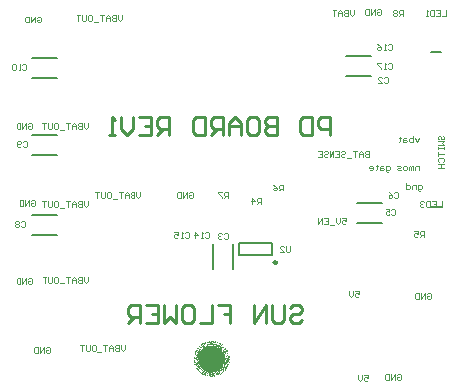
<source format=gbo>
G04*
G04 #@! TF.GenerationSoftware,Altium Limited,Altium Designer,22.9.1 (49)*
G04*
G04 Layer_Color=32896*
%FSLAX44Y44*%
%MOMM*%
G71*
G04*
G04 #@! TF.SameCoordinates,C8543A43-BB23-4CB5-9DBE-1C6E9BA76EC2*
G04*
G04*
G04 #@! TF.FilePolarity,Positive*
G04*
G01*
G75*
%ADD11C,0.2500*%
%ADD12C,0.2000*%
%ADD13C,0.2540*%
%ADD15C,0.1500*%
%ADD16C,0.1250*%
G36*
X184658Y51412D02*
X184333D01*
Y51737D01*
X184658D01*
Y51412D01*
D02*
G37*
G36*
X183684Y51737D02*
Y51412D01*
X183360D01*
Y52061D01*
X183684D01*
Y51737D01*
D02*
G37*
G36*
X182710Y51088D02*
X183035D01*
Y51412D01*
X183360D01*
Y51088D01*
X183684D01*
Y50763D01*
Y50439D01*
X183360D01*
Y50763D01*
X182710D01*
Y51088D01*
X181737D01*
Y50114D01*
X182061D01*
Y50439D01*
X182710D01*
Y49790D01*
X182386D01*
Y49140D01*
X182710D01*
Y49790D01*
X183684D01*
Y50114D01*
X184009D01*
Y49790D01*
X184333D01*
Y49465D01*
X184658D01*
Y49140D01*
X184982D01*
Y49465D01*
X185307D01*
Y48816D01*
X185632D01*
Y49465D01*
X185956D01*
Y48167D01*
X186605D01*
Y48491D01*
X186281D01*
Y49140D01*
X186605D01*
Y48816D01*
X186930D01*
Y49465D01*
X187254D01*
Y48491D01*
X187579D01*
Y48816D01*
X188228D01*
Y48491D01*
X188553D01*
Y48167D01*
D01*
D01*
X188877D01*
Y48491D01*
X189202D01*
Y47517D01*
X189526D01*
Y47193D01*
D01*
D01*
X190175D01*
Y46868D01*
D01*
D01*
X190500D01*
Y46219D01*
X190175D01*
Y45895D01*
D01*
D01*
X190825D01*
Y45570D01*
X190500D01*
Y44597D01*
X190825D01*
Y43947D01*
X191149D01*
Y44921D01*
X190825D01*
Y45246D01*
X191149D01*
Y45570D01*
X191474D01*
Y44921D01*
X191798D01*
Y44597D01*
X192123D01*
Y44921D01*
X191798D01*
Y45246D01*
X192123D01*
Y44921D01*
X192447D01*
Y45246D01*
X192772D01*
Y44597D01*
X192447D01*
Y44272D01*
X192123D01*
Y43947D01*
X192772D01*
Y44272D01*
X193421D01*
Y43947D01*
X193097D01*
Y43623D01*
X193421D01*
Y43298D01*
X194070D01*
Y42974D01*
X193746D01*
Y42649D01*
X194395D01*
Y42325D01*
X193746D01*
Y42649D01*
X193421D01*
Y42325D01*
X193746D01*
Y42000D01*
X194395D01*
Y41675D01*
X194070D01*
Y41351D01*
X194395D01*
Y41026D01*
X194070D01*
Y40702D01*
X193421D01*
Y38754D01*
X194070D01*
Y38430D01*
X194395D01*
Y38754D01*
X194070D01*
Y39079D01*
X193746D01*
Y40377D01*
X194719D01*
Y40053D01*
X194395D01*
Y39728D01*
X194719D01*
Y39404D01*
X194395D01*
Y39079D01*
X194719D01*
Y38754D01*
X195368D01*
Y38105D01*
X194395D01*
Y37781D01*
X195693D01*
Y37456D01*
X195368D01*
Y36807D01*
X196017D01*
Y37781D01*
X195693D01*
Y39728D01*
X196667D01*
Y39404D01*
X196017D01*
Y39079D01*
X196991D01*
Y38754D01*
X196667D01*
Y38105D01*
X196991D01*
Y38430D01*
X197316D01*
Y37456D01*
X196667D01*
Y36807D01*
X197316D01*
Y35833D01*
X196667D01*
Y35509D01*
X197316D01*
Y35184D01*
X196991D01*
Y34860D01*
X196667D01*
Y35184D01*
X196017D01*
Y34860D01*
X196342D01*
Y34535D01*
X196991D01*
Y34211D01*
X196342D01*
Y33886D01*
X195368D01*
Y33561D01*
X195044D01*
Y34211D01*
X194070D01*
Y34535D01*
X193746D01*
Y34860D01*
X193421D01*
Y34211D01*
X194070D01*
Y33886D01*
X194719D01*
Y33561D01*
X194395D01*
Y33237D01*
X194719D01*
Y32912D01*
X195368D01*
Y33237D01*
X195693D01*
Y32912D01*
X196017D01*
Y32588D01*
X196342D01*
Y32263D01*
X196667D01*
Y31939D01*
X195368D01*
Y31614D01*
X196017D01*
Y31290D01*
Y30965D01*
X195368D01*
Y31290D01*
X195044D01*
Y32263D01*
X194719D01*
Y32912D01*
X194395D01*
Y32263D01*
X193746D01*
Y32588D01*
X193421D01*
Y32263D01*
X193746D01*
Y31939D01*
X194395D01*
Y31290D01*
X195044D01*
Y30965D01*
X195368D01*
Y30640D01*
X196017D01*
Y29991D01*
X194719D01*
Y30316D01*
X193746D01*
Y30640D01*
X193421D01*
Y29991D01*
X194070D01*
Y29667D01*
X194719D01*
Y29018D01*
X195044D01*
Y28368D01*
X194395D01*
Y28693D01*
X194070D01*
Y28044D01*
X194395D01*
Y27719D01*
X194070D01*
Y27395D01*
X193746D01*
Y27070D01*
X193421D01*
Y27395D01*
X192772D01*
Y28044D01*
X193421D01*
Y28368D01*
X192772D01*
Y28693D01*
X193421D01*
Y29018D01*
X193746D01*
Y29342D01*
X193421D01*
Y29667D01*
X192772D01*
Y29991D01*
X192447D01*
Y29667D01*
X192772D01*
Y29342D01*
X193097D01*
Y29018D01*
X192447D01*
Y29342D01*
X192123D01*
Y29018D01*
X192447D01*
Y28368D01*
X192123D01*
Y28693D01*
X191798D01*
Y28368D01*
X192123D01*
Y27719D01*
X192447D01*
Y27395D01*
X192123D01*
Y26096D01*
X192447D01*
Y25447D01*
X191798D01*
Y25772D01*
X191149D01*
Y26421D01*
X190500D01*
Y26746D01*
X190175D01*
Y27070D01*
X189851D01*
Y26746D01*
X190175D01*
Y26096D01*
X189526D01*
Y26421D01*
X189202D01*
Y26096D01*
X189526D01*
Y25447D01*
X188877D01*
Y25772D01*
X188553D01*
Y25447D01*
X188877D01*
Y24798D01*
X189202D01*
Y24474D01*
X189526D01*
Y23825D01*
X189851D01*
Y23500D01*
X189202D01*
Y23175D01*
X188877D01*
Y23500D01*
X188553D01*
Y24474D01*
X188228D01*
Y24798D01*
X187903D01*
Y25772D01*
X187579D01*
Y24798D01*
X187903D01*
Y24474D01*
X187579D01*
Y24798D01*
X187254D01*
Y25447D01*
X186930D01*
Y24474D01*
X186281D01*
Y24149D01*
X186605D01*
Y23825D01*
X186930D01*
Y24149D01*
X188228D01*
Y22851D01*
X187903D01*
Y23175D01*
X187579D01*
Y23825D01*
X187254D01*
Y22851D01*
X186605D01*
Y23175D01*
X186281D01*
Y23500D01*
X185632D01*
Y24149D01*
X185307D01*
Y25123D01*
X184982D01*
Y24798D01*
X184658D01*
Y24474D01*
X184982D01*
Y23825D01*
X184009D01*
Y24474D01*
X183684D01*
Y23825D01*
X184009D01*
Y23175D01*
X184658D01*
Y22851D01*
X184982D01*
Y22526D01*
X184658D01*
Y22202D01*
X184982D01*
Y21553D01*
X184009D01*
Y22202D01*
X183684D01*
Y22526D01*
X183360D01*
Y21553D01*
X182710D01*
Y21877D01*
X182386D01*
Y22202D01*
X182061D01*
Y22526D01*
X182386D01*
Y22202D01*
X182710D01*
Y22526D01*
X182386D01*
Y22851D01*
X183035D01*
Y23175D01*
X182710D01*
Y23500D01*
X182386D01*
Y24149D01*
X182061D01*
Y22851D01*
X181737D01*
Y23500D01*
X181412D01*
Y23175D01*
X181088D01*
Y22526D01*
X181737D01*
Y22202D01*
X182061D01*
Y21877D01*
X182386D01*
Y21553D01*
X182061D01*
Y21877D01*
X181737D01*
Y21553D01*
X180114D01*
Y22526D01*
X179790D01*
Y21877D01*
X179465D01*
Y22202D01*
X179140D01*
Y22526D01*
X179465D01*
Y22851D01*
X179140D01*
Y23175D01*
X179790D01*
Y22851D01*
X180114D01*
Y23175D01*
X180763D01*
Y24474D01*
X180439D01*
Y23825D01*
X180114D01*
Y23500D01*
X179790D01*
Y23825D01*
X179465D01*
Y24798D01*
X180439D01*
Y25123D01*
X179140D01*
Y24474D01*
X178816D01*
Y24149D01*
X178491D01*
Y24474D01*
X178167D01*
Y23500D01*
X178491D01*
Y22526D01*
X177842D01*
Y23500D01*
X177518D01*
Y25123D01*
X177193D01*
Y24474D01*
X176868D01*
Y24149D01*
X176544D01*
Y25123D01*
X176219D01*
Y24149D01*
X176544D01*
Y23825D01*
X177193D01*
Y23500D01*
X177518D01*
Y23175D01*
X177193D01*
Y22526D01*
X176868D01*
Y22202D01*
X176544D01*
Y22526D01*
X176219D01*
Y23500D01*
X175895D01*
Y23175D01*
X175570D01*
Y22851D01*
X175246D01*
Y23175D01*
X174921D01*
Y23825D01*
X174597D01*
Y23500D01*
X173947D01*
Y23825D01*
X173623D01*
Y24474D01*
X173947D01*
Y24798D01*
X173298D01*
Y24474D01*
X172649D01*
Y24798D01*
X172974D01*
Y25123D01*
X173298D01*
Y25447D01*
X172649D01*
Y25123D01*
X172325D01*
Y25447D01*
Y25772D01*
X172649D01*
Y26096D01*
X172974D01*
Y25772D01*
X173298D01*
Y25447D01*
X173623D01*
Y25772D01*
X173298D01*
Y26096D01*
X173623D01*
Y25772D01*
X174272D01*
Y26421D01*
D01*
D01*
X173623D01*
Y26746D01*
X173298D01*
Y27070D01*
X173623D01*
Y27719D01*
D01*
D01*
X173298D01*
Y27395D01*
X172649D01*
Y28044D01*
X172325D01*
Y27719D01*
X171675D01*
Y28693D01*
X171351D01*
Y28368D01*
X171026D01*
Y29018D01*
X170702D01*
Y29991D01*
X171026D01*
Y30316D01*
X170377D01*
Y29991D01*
X170053D01*
Y29667D01*
X169728D01*
Y29342D01*
X170053D01*
Y29018D01*
X170702D01*
Y28368D01*
X171026D01*
Y28044D01*
Y27719D01*
X171351D01*
Y27395D01*
X171026D01*
Y27719D01*
X170377D01*
Y27395D01*
X169728D01*
Y27719D01*
X169403D01*
Y28044D01*
X169079D01*
Y28693D01*
X168754D01*
Y29342D01*
X168430D01*
Y29991D01*
X168754D01*
Y30316D01*
X168430D01*
Y30640D01*
X168105D01*
Y30316D01*
X167781D01*
Y31290D01*
X168754D01*
Y31614D01*
X169403D01*
Y31290D01*
X169079D01*
Y30640D01*
X169403D01*
Y29991D01*
X169728D01*
Y30640D01*
X170377D01*
Y30965D01*
X169728D01*
Y31290D01*
X170053D01*
Y31614D01*
X169403D01*
Y32263D01*
X170377D01*
Y32588D01*
X169079D01*
Y32912D01*
D01*
D01*
X168754D01*
Y33237D01*
X167132D01*
Y33886D01*
X167456D01*
Y34211D01*
X168754D01*
Y33561D01*
X169079D01*
Y34211D01*
X169403D01*
Y34535D01*
X169079D01*
Y34860D01*
X168430D01*
Y35184D01*
X168754D01*
Y35509D01*
X169403D01*
Y35833D01*
X168105D01*
Y36158D01*
X168754D01*
Y36807D01*
X168430D01*
Y36483D01*
X168105D01*
Y36807D01*
X167781D01*
Y36483D01*
X166483D01*
Y36807D01*
X167456D01*
Y37132D01*
X166483D01*
Y37456D01*
X166807D01*
Y37781D01*
X166483D01*
Y38430D01*
X166807D01*
Y38754D01*
X167132D01*
Y38430D01*
X168105D01*
Y37456D01*
X169079D01*
Y37781D01*
X168430D01*
Y38105D01*
X169079D01*
Y38430D01*
X168754D01*
Y38754D01*
X169079D01*
Y39079D01*
X168754D01*
Y39404D01*
X168430D01*
Y40053D01*
X169728D01*
Y40377D01*
X169403D01*
Y40702D01*
X169079D01*
Y41351D01*
X170053D01*
Y41675D01*
X169403D01*
Y42000D01*
X169728D01*
Y42974D01*
X170702D01*
Y42649D01*
X171026D01*
Y42974D01*
X170702D01*
Y43298D01*
X170053D01*
Y43623D01*
X169403D01*
Y43947D01*
X168430D01*
Y44597D01*
X169079D01*
Y44921D01*
X169728D01*
Y44272D01*
X170053D01*
Y43947D01*
X171026D01*
Y43623D01*
X171351D01*
Y43947D01*
X171026D01*
Y44272D01*
X170702D01*
Y44597D01*
X171026D01*
Y44272D01*
X171675D01*
Y43947D01*
X172000D01*
Y44272D01*
X171675D01*
Y44597D01*
X171351D01*
Y45246D01*
X171675D01*
Y44921D01*
X172000D01*
Y45246D01*
X172325D01*
Y44921D01*
X172649D01*
Y44272D01*
X172974D01*
Y44597D01*
X173298D01*
Y44921D01*
X172974D01*
Y45246D01*
X172649D01*
Y45895D01*
X172974D01*
Y45570D01*
X173298D01*
Y45246D01*
X174272D01*
Y45570D01*
X174921D01*
Y45895D01*
X175246D01*
Y46219D01*
X174597D01*
Y46544D01*
X174272D01*
Y46868D01*
X173947D01*
Y46544D01*
X174272D01*
Y46219D01*
X174597D01*
Y45895D01*
X173623D01*
Y45570D01*
X173298D01*
Y45895D01*
X172974D01*
Y46219D01*
X172649D01*
Y46544D01*
X172325D01*
Y46868D01*
X172000D01*
Y46544D01*
X171675D01*
Y46868D01*
X171351D01*
Y47193D01*
Y47517D01*
X171675D01*
Y47193D01*
X172325D01*
Y46868D01*
X173623D01*
Y47517D01*
X174272D01*
Y47193D01*
X174597D01*
Y47517D01*
X174272D01*
Y48167D01*
X174921D01*
Y47842D01*
X175246D01*
Y47517D01*
X175570D01*
Y47842D01*
X175246D01*
Y48167D01*
X174921D01*
Y48816D01*
X174272D01*
Y48491D01*
X173947D01*
Y47842D01*
X173298D01*
Y47517D01*
X172974D01*
Y47842D01*
X172649D01*
Y48491D01*
X172325D01*
Y48816D01*
X172974D01*
Y48491D01*
X173298D01*
Y48167D01*
X173623D01*
Y48491D01*
X173298D01*
Y48816D01*
X172974D01*
Y49465D01*
X173947D01*
Y49140D01*
X174272D01*
Y49465D01*
X174597D01*
Y49790D01*
X173947D01*
Y50114D01*
X174921D01*
Y50439D01*
X175246D01*
Y49790D01*
X175570D01*
Y50763D01*
X176219D01*
Y48816D01*
X176544D01*
Y48167D01*
X176868D01*
Y49140D01*
X177193D01*
Y48167D01*
X177518D01*
Y47842D01*
X178167D01*
Y48167D01*
X177518D01*
Y49790D01*
X178167D01*
Y49465D01*
X178491D01*
Y49140D01*
X178816D01*
Y49790D01*
X179140D01*
Y49465D01*
X179465D01*
Y48491D01*
X178816D01*
Y48167D01*
X180439D01*
Y48816D01*
X180114D01*
Y48491D01*
X179790D01*
Y49465D01*
X179465D01*
Y50114D01*
X179790D01*
Y49790D01*
X180114D01*
Y49140D01*
X180439D01*
Y49790D01*
X180114D01*
Y50114D01*
X180439D01*
Y50439D01*
X180763D01*
Y50114D01*
X181088D01*
Y49465D01*
X181412D01*
Y50763D01*
X180114D01*
Y50439D01*
X179790D01*
Y51412D01*
X179465D01*
Y51737D01*
X179790D01*
Y52061D01*
X180439D01*
Y51412D01*
X180763D01*
Y51088D01*
X181088D01*
Y52061D01*
X181737D01*
Y51412D01*
X182386D01*
Y52061D01*
X182710D01*
Y51088D01*
D02*
G37*
G36*
X177518D02*
X177193D01*
Y51412D01*
X177518D01*
Y51088D01*
D02*
G37*
G36*
X185307Y51412D02*
X185632D01*
Y51088D01*
X185307D01*
Y50439D01*
X185632D01*
Y50763D01*
X185956D01*
Y51088D01*
X186281D01*
Y51412D01*
X186605D01*
Y51088D01*
X186930D01*
Y50439D01*
X187254D01*
Y50763D01*
X187579D01*
Y49790D01*
X187903D01*
Y50439D01*
X188228D01*
Y50114D01*
X188553D01*
Y50439D01*
X188228D01*
Y50763D01*
X188553D01*
Y50439D01*
X188877D01*
Y49790D01*
X188553D01*
Y49140D01*
X188228D01*
Y49465D01*
X187903D01*
Y49140D01*
X187579D01*
Y49465D01*
X187254D01*
Y49790D01*
X186930D01*
Y50439D01*
X186605D01*
Y49790D01*
X185956D01*
Y50114D01*
X185307D01*
Y50439D01*
X184982D01*
Y49790D01*
X184658D01*
Y50763D01*
X184333D01*
Y50439D01*
X184009D01*
Y51412D01*
X184333D01*
Y51088D01*
X184658D01*
Y50763D01*
X184982D01*
Y51088D01*
Y51737D01*
X185307D01*
Y51412D01*
D02*
G37*
G36*
X179140Y51088D02*
X179465D01*
Y50439D01*
X179140D01*
Y51088D01*
X178816D01*
Y51412D01*
X179140D01*
Y51088D01*
D02*
G37*
G36*
X178167D02*
X178491D01*
Y50763D01*
X178816D01*
Y50439D01*
X179140D01*
Y50114D01*
X178816D01*
Y50439D01*
X178491D01*
Y50114D01*
X177842D01*
Y51412D01*
X178167D01*
Y51088D01*
D02*
G37*
G36*
X176868Y50439D02*
X177193D01*
Y49790D01*
X176544D01*
Y51088D01*
X176868D01*
Y50439D01*
D02*
G37*
G36*
X192447Y47842D02*
X192123D01*
Y48167D01*
X192447D01*
Y47842D01*
D02*
G37*
G36*
X172325D02*
X172649D01*
Y47517D01*
X172974D01*
Y47193D01*
X172649D01*
Y47517D01*
X172325D01*
Y47842D01*
X172000D01*
Y48167D01*
X172325D01*
Y47842D01*
D02*
G37*
G36*
X189851Y49790D02*
X190175D01*
Y49140D01*
X189851D01*
Y48491D01*
X190175D01*
Y48816D01*
X190500D01*
Y49140D01*
X191149D01*
Y48816D01*
X190825D01*
Y48167D01*
X191149D01*
Y48491D01*
X191798D01*
Y48167D01*
X191474D01*
Y47842D01*
X191149D01*
Y47517D01*
X191474D01*
Y46868D01*
X191149D01*
Y47517D01*
X190825D01*
Y47842D01*
X190500D01*
Y47517D01*
X190175D01*
Y48167D01*
X189851D01*
Y48491D01*
X189526D01*
Y48816D01*
X189202D01*
Y49140D01*
X188877D01*
Y49465D01*
X189202D01*
Y49790D01*
Y50114D01*
X189851D01*
Y49790D01*
D02*
G37*
G36*
X191149Y46544D02*
X190825D01*
Y46868D01*
X191149D01*
Y46544D01*
D02*
G37*
G36*
X192123Y45895D02*
X191798D01*
Y46219D01*
X192123D01*
Y45895D01*
D02*
G37*
G36*
X191149D02*
X190825D01*
Y46219D01*
X191149D01*
Y45895D01*
D02*
G37*
G36*
X171351D02*
X171026D01*
Y46219D01*
X171351D01*
Y45895D01*
D02*
G37*
G36*
X172000Y45570D02*
X171675D01*
Y45895D01*
X172000D01*
Y45570D01*
D02*
G37*
G36*
X170377Y46219D02*
X170702D01*
Y45895D01*
X171026D01*
Y45570D01*
X170702D01*
Y45895D01*
X170377D01*
Y46219D01*
X170053D01*
Y46544D01*
X170377D01*
Y46219D01*
D02*
G37*
G36*
X170053Y45570D02*
X170377D01*
Y45246D01*
X171026D01*
Y44921D01*
X170377D01*
Y44597D01*
X170053D01*
Y44921D01*
X169728D01*
Y45570D01*
X169403D01*
Y45895D01*
X170053D01*
Y45570D01*
D02*
G37*
G36*
X192447Y46219D02*
X192772D01*
Y45895D01*
X193421D01*
Y46219D01*
X194070D01*
Y45895D01*
X193746D01*
Y45570D01*
X193421D01*
Y45246D01*
X194070D01*
Y45570D01*
X194719D01*
Y44921D01*
X194395D01*
Y44597D01*
X194070D01*
Y44272D01*
X193746D01*
Y44597D01*
X193097D01*
Y45246D01*
X192772D01*
Y45895D01*
X192447D01*
Y46219D01*
X192123D01*
Y46544D01*
X191798D01*
Y47193D01*
X192447D01*
Y46219D01*
D02*
G37*
G36*
X195368Y43623D02*
X194395D01*
Y44272D01*
X194719Y43947D01*
X195044D01*
Y44272D01*
X194719D01*
Y44597D01*
X195368D01*
Y43623D01*
D02*
G37*
G36*
X169403Y42325D02*
X168754D01*
Y42649D01*
X168430D01*
Y42974D01*
X167781D01*
Y43298D01*
X168105D01*
Y43623D01*
X169403D01*
Y42325D01*
D02*
G37*
G36*
X168430D02*
X168754D01*
Y42000D01*
X167781D01*
Y42649D01*
X168430D01*
Y42325D01*
D02*
G37*
G36*
X196667Y41026D02*
X196342D01*
Y41351D01*
X196667D01*
Y41026D01*
D02*
G37*
G36*
X196017Y42649D02*
X195368D01*
Y42325D01*
X195044D01*
Y42000D01*
X195693D01*
Y42325D01*
X196017D01*
Y42000D01*
X196342D01*
Y41675D01*
X195693D01*
Y41026D01*
X195044D01*
Y42000D01*
X194719D01*
Y42649D01*
X194395D01*
Y43298D01*
X196017D01*
Y42649D01*
D02*
G37*
G36*
X195044Y40377D02*
X194719D01*
Y40702D01*
Y41026D01*
X195044D01*
Y40377D01*
D02*
G37*
G36*
X168754Y40702D02*
X168430D01*
Y40377D01*
X168105D01*
Y40702D01*
X167781D01*
Y41026D01*
X167456D01*
Y41675D01*
X168754D01*
Y40702D01*
D02*
G37*
G36*
X196017Y40053D02*
X195368D01*
Y40377D01*
X196017D01*
Y40053D01*
D02*
G37*
G36*
X195368Y39728D02*
X195044D01*
Y40053D01*
X195368D01*
Y39728D01*
D02*
G37*
G36*
X168105Y38754D02*
X168430D01*
Y38430D01*
X168105D01*
Y38754D01*
X167456D01*
Y39079D01*
X166807D01*
Y39404D01*
X168105D01*
Y38754D01*
D02*
G37*
G36*
X167781Y35833D02*
X168105D01*
Y34860D01*
Y34535D01*
X166807D01*
Y34860D01*
X167781D01*
Y35184D01*
X167132D01*
Y35509D01*
X166807D01*
Y35184D01*
X166483D01*
Y35833D01*
X166807D01*
Y36158D01*
X167781D01*
Y35833D01*
D02*
G37*
G36*
X196991Y33237D02*
X196667D01*
Y33561D01*
Y33886D01*
X196991D01*
Y33237D01*
D02*
G37*
G36*
X168754Y32263D02*
X169079D01*
Y31939D01*
X168105D01*
Y32263D01*
X168430D01*
Y32588D01*
X168754D01*
Y32263D01*
D02*
G37*
G36*
X167456D02*
X167781D01*
Y31939D01*
X167132D01*
Y32263D01*
Y32588D01*
X167456D01*
Y32263D01*
D02*
G37*
G36*
X195368Y29018D02*
X195044D01*
Y29342D01*
X195368D01*
Y29018D01*
D02*
G37*
G36*
X171026Y27070D02*
X170702D01*
Y27395D01*
X171026D01*
Y27070D01*
D02*
G37*
G36*
X172974Y26421D02*
X172649D01*
Y27070D01*
X172974D01*
Y26421D01*
D02*
G37*
G36*
X172325Y26746D02*
X172000D01*
Y26421D01*
X171675D01*
Y26096D01*
X171351D01*
Y27070D01*
X172325D01*
Y26746D01*
D02*
G37*
G36*
X191149Y25123D02*
X191474D01*
Y24798D01*
X191149D01*
Y25123D01*
X190825D01*
Y25447D01*
X190175D01*
Y25123D01*
X190500D01*
Y24474D01*
X190825D01*
Y24149D01*
X190500D01*
Y23825D01*
X190175D01*
Y24149D01*
X189851D01*
Y24474D01*
X189526D01*
Y25123D01*
X189851D01*
Y25772D01*
X191149D01*
Y25123D01*
D02*
G37*
G36*
X179140Y23500D02*
X178816D01*
Y23825D01*
X179140D01*
Y23500D01*
D02*
G37*
G36*
X185632Y22526D02*
X185307D01*
Y22851D01*
X184982D01*
Y23175D01*
Y23500D01*
X185632D01*
Y22526D01*
D02*
G37*
G36*
X187254Y22202D02*
X186281D01*
Y22526D01*
X187254D01*
Y22202D01*
D02*
G37*
G36*
X178816Y21877D02*
X178491D01*
Y22202D01*
X178816D01*
Y21877D01*
D02*
G37*
%LPC*%
G36*
X182061Y49790D02*
X181737D01*
Y49465D01*
X182061D01*
Y49790D01*
D02*
G37*
G36*
X184009Y49465D02*
X183684D01*
Y49140D01*
X184009D01*
Y49465D01*
D02*
G37*
G36*
X183360D02*
X183035D01*
Y49140D01*
X183360D01*
Y49465D01*
D02*
G37*
G36*
X173623Y49140D02*
X173298D01*
Y48816D01*
X173623D01*
Y49140D01*
D02*
G37*
G36*
X184009Y48816D02*
X183360D01*
Y48491D01*
X184009D01*
Y48167D01*
X184333D01*
Y48491D01*
D01*
D01*
X184009D01*
Y48816D01*
D02*
G37*
G36*
X183360Y48491D02*
X183035D01*
Y48167D01*
X183360D01*
Y48491D01*
D02*
G37*
G36*
X182386Y48816D02*
X182061D01*
Y48167D01*
X182710D01*
Y48491D01*
X182386D01*
Y48816D01*
D02*
G37*
G36*
X181737D02*
X181088D01*
Y48491D01*
X180763D01*
Y48167D01*
X181737D01*
Y48816D01*
D02*
G37*
G36*
X175895Y49465D02*
X175246D01*
Y49140D01*
X174921D01*
Y48816D01*
X175246D01*
Y48491D01*
X175570D01*
Y48167D01*
X175895D01*
Y48491D01*
X175570D01*
Y49140D01*
X175895D01*
Y49465D01*
D02*
G37*
G36*
X177518Y47842D02*
X177193D01*
Y47517D01*
X177518D01*
Y47842D01*
D02*
G37*
G36*
X184658Y49140D02*
X184333D01*
Y48491D01*
D01*
D01*
X184658D01*
Y48167D01*
X185307D01*
Y47842D01*
X185632D01*
Y47517D01*
X186281D01*
Y47842D01*
X185956D01*
Y48167D01*
X185632D01*
Y48491D01*
X185307D01*
Y48816D01*
X184982D01*
Y48491D01*
X184658D01*
Y49140D01*
D02*
G37*
G36*
X188553Y48167D02*
X187903D01*
Y47842D01*
X188228D01*
Y47517D01*
X188553D01*
Y47193D01*
X188877D01*
Y47517D01*
X188553D01*
Y48167D01*
D01*
D01*
D02*
G37*
G36*
X189526Y47193D02*
X189202D01*
Y46868D01*
X189526D01*
Y47193D01*
D01*
D01*
D02*
G37*
G36*
X177193Y47517D02*
X176219D01*
Y46868D01*
X176544D01*
Y47193D01*
X177193D01*
Y47517D01*
D02*
G37*
G36*
X190175Y46868D02*
X189851D01*
Y46544D01*
X190175D01*
Y46868D01*
D01*
D01*
D02*
G37*
G36*
X187254Y47193D02*
X186605D01*
Y46544D01*
X186930D01*
Y46868D01*
X187254D01*
Y46544D01*
X187579D01*
Y46868D01*
X187254D01*
Y47193D01*
D02*
G37*
G36*
X176219Y46868D02*
X175895D01*
Y46544D01*
X176219D01*
Y46868D01*
D02*
G37*
G36*
X175570Y46544D02*
X175246D01*
Y46219D01*
X175570D01*
Y46544D01*
D02*
G37*
G36*
X188877Y46868D02*
X187903D01*
Y46544D01*
X188228D01*
Y46219D01*
X188553D01*
Y45895D01*
X188877D01*
Y46868D01*
D02*
G37*
G36*
X189526Y46544D02*
X189202D01*
Y45895D01*
X189526D01*
Y45570D01*
X190175D01*
Y45895D01*
D01*
D01*
X189526D01*
Y46544D01*
D02*
G37*
G36*
X193097Y43623D02*
X192772D01*
Y43298D01*
X193097D01*
Y42974D01*
X193421D01*
Y43298D01*
X193097D01*
Y43623D01*
D02*
G37*
G36*
X172325Y44597D02*
X172000D01*
Y44272D01*
X172325D01*
Y43623D01*
X172000D01*
Y43298D01*
X171675D01*
Y42649D01*
X172000D01*
Y42974D01*
X172325D01*
Y43298D01*
X172649D01*
Y44272D01*
X172325D01*
Y44597D01*
D02*
G37*
G36*
X191474Y43298D02*
X190825D01*
Y42974D01*
X191149D01*
X191474Y42649D01*
Y42325D01*
X192123D01*
Y42649D01*
X191798D01*
Y42974D01*
X191474D01*
Y43298D01*
D02*
G37*
G36*
X171675Y42649D02*
X171351D01*
Y42325D01*
X171675D01*
Y42000D01*
X172000D01*
Y42325D01*
X171675D01*
Y42649D01*
D02*
G37*
G36*
X170377Y42325D02*
X170053D01*
Y42000D01*
X170377D01*
Y42325D01*
D02*
G37*
G36*
X192772Y42000D02*
X192447D01*
Y41675D01*
Y41351D01*
X193097D01*
Y41675D01*
X192772D01*
Y42000D01*
D02*
G37*
G36*
X171675D02*
X171026D01*
Y41026D01*
X170702D01*
Y40702D01*
X171351D01*
Y41675D01*
X171675D01*
Y42000D01*
D02*
G37*
G36*
X170702Y40702D02*
X170377D01*
Y40053D01*
X170702D01*
Y40702D01*
D02*
G37*
G36*
X170377Y40053D02*
X170053D01*
Y39728D01*
X170377D01*
Y40053D01*
D02*
G37*
G36*
Y39404D02*
X169728D01*
Y39079D01*
X170053D01*
Y38754D01*
X170377D01*
Y39079D01*
Y39404D01*
D02*
G37*
G36*
X196342Y38754D02*
X196017D01*
Y38430D01*
X196342D01*
Y38754D01*
D02*
G37*
G36*
X170377Y38430D02*
X169728D01*
Y38105D01*
X170053D01*
Y37781D01*
X170377D01*
Y38430D01*
D02*
G37*
G36*
X193421Y38754D02*
X193097D01*
Y38430D01*
X193421D01*
Y37781D01*
X193746D01*
Y38105D01*
X194070D01*
Y38430D01*
X193421D01*
Y38754D01*
D02*
G37*
G36*
X193097Y37781D02*
X192772D01*
Y37456D01*
X193097D01*
Y37781D01*
D02*
G37*
G36*
X168105Y37456D02*
X167781D01*
Y37132D01*
X168105D01*
Y37456D01*
D02*
G37*
G36*
X195044Y37132D02*
X194719D01*
Y36807D01*
X195044D01*
Y37132D01*
D02*
G37*
G36*
X193421D02*
X193097D01*
Y36807D01*
X193421D01*
Y36483D01*
X193746D01*
Y36807D01*
X193421D01*
Y37132D01*
D02*
G37*
G36*
X170377Y37456D02*
X169728D01*
Y37132D01*
X170053D01*
Y36483D01*
X170377D01*
Y37132D01*
Y37456D01*
D02*
G37*
G36*
X196017Y36483D02*
X195693D01*
Y36158D01*
X194719D01*
Y36483D01*
X194395D01*
Y36158D01*
X194719D01*
Y35833D01*
X195368D01*
Y35509D01*
X194719D01*
Y35184D01*
X195044D01*
Y34860D01*
X195368D01*
Y35184D01*
X195693D01*
Y35509D01*
X196017D01*
Y36483D01*
D02*
G37*
G36*
X193746Y35833D02*
X193421D01*
Y35184D01*
X193746D01*
Y34860D01*
X194070D01*
Y35509D01*
X193746D01*
Y35833D01*
D02*
G37*
G36*
X170702Y36158D02*
X170377D01*
Y34860D01*
X170702D01*
Y35509D01*
X171026D01*
Y35833D01*
X170702D01*
Y36158D01*
D02*
G37*
G36*
X195368Y34535D02*
X195044D01*
Y34211D01*
X195368D01*
Y34535D01*
D02*
G37*
G36*
X170377Y34860D02*
X169728D01*
Y34535D01*
X170053D01*
Y34211D01*
X170377D01*
Y33886D01*
D01*
D01*
X170702D01*
Y34211D01*
X170377D01*
Y34860D01*
D02*
G37*
G36*
X169403Y33237D02*
X169079D01*
Y32912D01*
D01*
D01*
X169403D01*
Y33237D01*
D02*
G37*
G36*
X194070Y32912D02*
X193746D01*
Y32588D01*
X194070D01*
Y32912D01*
D02*
G37*
G36*
X193746Y33561D02*
X193097D01*
Y33237D01*
Y32912D01*
X192772D01*
Y32588D01*
X193097D01*
X193421Y32912D01*
Y33237D01*
X193746D01*
Y33561D01*
D02*
G37*
G36*
X195693Y32588D02*
X195368D01*
Y32263D01*
X195693D01*
Y32588D01*
D02*
G37*
G36*
X193746Y31614D02*
X193421D01*
Y31290D01*
X193746D01*
Y30965D01*
X194070D01*
Y30640D01*
X194395D01*
Y31290D01*
X193746D01*
Y31614D01*
D02*
G37*
G36*
X169079Y30640D02*
X168754D01*
Y30316D01*
X169079D01*
Y30640D01*
D02*
G37*
G36*
X192123Y32263D02*
X191798D01*
Y30640D01*
X191474D01*
Y29991D01*
X191798D01*
Y30316D01*
X192123D01*
Y31290D01*
X192447D01*
Y31614D01*
X192123D01*
Y32263D01*
D02*
G37*
G36*
X191474Y29991D02*
X191149D01*
Y29667D01*
X191474D01*
Y29991D01*
D02*
G37*
G36*
X169079Y29667D02*
X168754D01*
Y29342D01*
X169079D01*
Y29667D01*
D02*
G37*
G36*
X171351Y29342D02*
X171026D01*
Y29018D01*
X171351D01*
Y29342D01*
D02*
G37*
G36*
X169728D02*
X169403D01*
Y29018D01*
X169728D01*
Y29342D01*
D02*
G37*
G36*
X172000Y29018D02*
X171675D01*
Y28693D01*
X172000D01*
Y29018D01*
D02*
G37*
G36*
X169403D02*
X169079D01*
Y28693D01*
X169403D01*
Y29018D01*
D02*
G37*
G36*
X170377Y33886D02*
X170053D01*
Y32912D01*
X170377D01*
Y32588D01*
X170702D01*
Y31939D01*
X171026D01*
Y31614D01*
X171351D01*
Y30965D01*
X171675D01*
Y30640D01*
X172000D01*
Y29991D01*
X172325D01*
Y29342D01*
X172649D01*
Y28693D01*
X172974D01*
Y28368D01*
X173298D01*
Y29018D01*
X172974D01*
Y29667D01*
X172649D01*
Y30316D01*
X172325D01*
Y30965D01*
X171675D01*
Y31614D01*
X171351D01*
Y32263D01*
X171026D01*
Y32588D01*
X170702D01*
Y32912D01*
X170377D01*
Y33886D01*
D01*
D01*
D02*
G37*
G36*
X191474Y29342D02*
X190825D01*
Y28368D01*
X191149D01*
Y29018D01*
X191474D01*
Y29342D01*
D02*
G37*
G36*
X172974Y28368D02*
X172649D01*
Y28044D01*
X172974D01*
Y28368D01*
D02*
G37*
G36*
X189202Y27719D02*
X188877D01*
Y27395D01*
X189202D01*
Y27719D01*
D02*
G37*
G36*
X188553D02*
X188228D01*
Y27395D01*
X188553D01*
Y27719D01*
D02*
G37*
G36*
X188228Y27395D02*
X187903D01*
Y27070D01*
X188228D01*
Y27395D01*
D02*
G37*
G36*
X190825Y28368D02*
X189851D01*
Y28044D01*
X189202D01*
Y27719D01*
X190175D01*
Y28044D01*
X190500D01*
Y27719D01*
X190825D01*
Y26746D01*
X191798D01*
Y27395D01*
X191474D01*
Y27719D01*
X190825D01*
Y28368D01*
D02*
G37*
G36*
X187903Y27070D02*
X187579D01*
Y26421D01*
X187903D01*
Y27070D01*
D02*
G37*
G36*
X174272Y28044D02*
X173623D01*
Y27719D01*
D01*
D01*
X174272D01*
Y27395D01*
X174597D01*
Y27070D01*
X175246D01*
Y26746D01*
X175570D01*
Y26421D01*
X175895D01*
Y27070D01*
X175570D01*
Y27395D01*
X174597D01*
Y27719D01*
X174272D01*
Y28044D01*
D02*
G37*
G36*
X174597Y26746D02*
X174272D01*
Y26421D01*
D01*
D01*
X174597D01*
Y26746D01*
D02*
G37*
G36*
X187254Y26421D02*
X186605D01*
Y26096D01*
X187254D01*
Y26421D01*
D02*
G37*
G36*
X175246Y26096D02*
X174921D01*
Y25447D01*
D01*
D01*
X175246D01*
Y26096D01*
D02*
G37*
G36*
X177193Y26421D02*
X176219D01*
Y26096D01*
X176868D01*
Y25772D01*
X177193D01*
Y25447D01*
X177518D01*
Y25772D01*
X177842D01*
Y25447D01*
X178167D01*
Y25123D01*
X178816D01*
Y25447D01*
X178491D01*
Y25772D01*
X178167D01*
Y26096D01*
X177193D01*
Y26421D01*
D02*
G37*
G36*
X175895Y25447D02*
X175570D01*
Y25123D01*
D01*
D01*
X175895D01*
Y25447D01*
D02*
G37*
G36*
X186605Y25123D02*
X186281D01*
Y24798D01*
X186605D01*
Y25123D01*
D02*
G37*
G36*
Y25772D02*
X185632D01*
Y25447D01*
X185307D01*
Y25123D01*
X185632D01*
Y24798D01*
X185956D01*
Y25447D01*
X186605D01*
Y25772D01*
D02*
G37*
G36*
X184333Y25447D02*
X183035D01*
Y25123D01*
X182710D01*
Y24798D01*
X183035D01*
X183360Y25123D01*
Y24798D01*
X183684D01*
Y25123D01*
X184333D01*
Y25447D01*
D02*
G37*
G36*
X182386Y25123D02*
X181737D01*
Y24798D01*
X182386D01*
Y25123D01*
D02*
G37*
G36*
X181737Y24798D02*
X181412D01*
Y24474D01*
X181737D01*
Y24798D01*
D02*
G37*
G36*
X174921Y25447D02*
X174272D01*
Y25123D01*
X173947D01*
Y24798D01*
X174597D01*
Y24474D01*
X174921D01*
Y23825D01*
X175246D01*
Y24474D01*
X175570D01*
Y24149D01*
X175895D01*
Y24474D01*
X175570D01*
Y25123D01*
D01*
D01*
X175246D01*
Y24798D01*
X174921D01*
Y25447D01*
D01*
D01*
D02*
G37*
G36*
X180114Y24474D02*
X179790D01*
Y24149D01*
X180114D01*
Y24474D01*
D02*
G37*
G36*
X181737Y24149D02*
X181412D01*
Y23825D01*
X181737D01*
Y24149D01*
D02*
G37*
G36*
X186605Y23825D02*
X186281D01*
Y23500D01*
X186605D01*
Y23825D01*
D02*
G37*
G36*
X176544D02*
X176219D01*
Y23500D01*
X176544D01*
Y23825D01*
D02*
G37*
G36*
X183360Y24149D02*
X183035D01*
Y23175D01*
X183684D01*
Y23500D01*
X183360D01*
Y24149D01*
D02*
G37*
%LPD*%
D11*
X237000Y118500D02*
G03*
X237000Y118500I-1250J0D01*
G01*
D12*
X305219Y152000D02*
X326281D01*
X305219Y169000D02*
X326281D01*
X200000Y113219D02*
Y134281D01*
X183000Y113219D02*
Y134281D01*
X29464Y291500D02*
X50526D01*
X29464Y274500D02*
X50526D01*
X29464Y226750D02*
X50526D01*
X29464Y209750D02*
X50526D01*
X29464Y159000D02*
X50526D01*
X29464Y142000D02*
X50526D01*
X205000Y134750D02*
X233000D01*
X205000Y124750D02*
X233000D01*
X205000D02*
Y134750D01*
X233000Y124750D02*
Y134750D01*
X295974Y276750D02*
X317036D01*
X295974Y293750D02*
X317036D01*
D13*
X282460Y226540D02*
Y241775D01*
X274842D01*
X272303Y239236D01*
Y234158D01*
X274842Y231618D01*
X282460D01*
X267225Y241775D02*
Y226540D01*
X259607D01*
X257068Y229079D01*
Y239236D01*
X259607Y241775D01*
X267225D01*
X236755D02*
Y226540D01*
X229137D01*
X226598Y229079D01*
Y231618D01*
X229137Y234158D01*
X236755D01*
X229137D01*
X226598Y236697D01*
Y239236D01*
X229137Y241775D01*
X236755D01*
X213902D02*
X218981D01*
X221520Y239236D01*
Y229079D01*
X218981Y226540D01*
X213902D01*
X211363Y229079D01*
Y239236D01*
X213902Y241775D01*
X206285Y226540D02*
Y236697D01*
X201206Y241775D01*
X196128Y236697D01*
Y226540D01*
Y234158D01*
X206285D01*
X191050Y226540D02*
Y241775D01*
X183432D01*
X180893Y239236D01*
Y234158D01*
X183432Y231618D01*
X191050D01*
X185971D02*
X180893Y226540D01*
X175814Y241775D02*
Y226540D01*
X168197D01*
X165658Y229079D01*
Y239236D01*
X168197Y241775D01*
X175814D01*
X145344Y226540D02*
Y241775D01*
X137727D01*
X135188Y239236D01*
Y234158D01*
X137727Y231618D01*
X145344D01*
X140266D02*
X135188Y226540D01*
X119952Y241775D02*
X130109D01*
Y226540D01*
X119952D01*
X130109Y234158D02*
X125031D01*
X114874Y241775D02*
Y231618D01*
X109796Y226540D01*
X104718Y231618D01*
Y241775D01*
X99639Y226540D02*
X94561D01*
X97100D01*
Y241775D01*
X99639Y239236D01*
X247803Y79736D02*
X250343Y82275D01*
X255421D01*
X257960Y79736D01*
Y77197D01*
X255421Y74658D01*
X250343D01*
X247803Y72118D01*
Y69579D01*
X250343Y67040D01*
X255421D01*
X257960Y69579D01*
X242725Y82275D02*
Y69579D01*
X240186Y67040D01*
X235107D01*
X232568Y69579D01*
Y82275D01*
X227490Y67040D02*
Y82275D01*
X217333Y67040D01*
Y82275D01*
X186863D02*
X197020D01*
Y74658D01*
X191941D01*
X197020D01*
Y67040D01*
X181785Y82275D02*
Y67040D01*
X171628D01*
X158932Y82275D02*
X164010D01*
X166550Y79736D01*
Y69579D01*
X164010Y67040D01*
X158932D01*
X156393Y69579D01*
Y79736D01*
X158932Y82275D01*
X151314D02*
Y67040D01*
X146236Y72118D01*
X141158Y67040D01*
Y82275D01*
X125923D02*
X136079D01*
Y67040D01*
X125923D01*
X136079Y74658D02*
X131001D01*
X120844Y67040D02*
Y82275D01*
X113227D01*
X110688Y79736D01*
Y74658D01*
X113227Y72118D01*
X120844D01*
X115766D02*
X110688Y67040D01*
D15*
X367318Y296414D02*
X376422D01*
X367828Y165336D02*
X376932D01*
D16*
X361915Y140251D02*
Y145249D01*
X359416D01*
X358583Y144416D01*
Y142750D01*
X359416Y141917D01*
X361915D01*
X360249D02*
X358583Y140251D01*
X353585Y145249D02*
X356917D01*
Y142750D01*
X355251Y143583D01*
X354418D01*
X353585Y142750D01*
Y141084D01*
X354418Y140251D01*
X356084D01*
X356917Y141084D01*
X380081Y331999D02*
Y327001D01*
X376748D01*
X371750Y331999D02*
X375082D01*
Y327001D01*
X371750D01*
X375082Y329500D02*
X373416D01*
X370084Y331999D02*
Y327001D01*
X367585D01*
X366752Y327834D01*
Y331166D01*
X367585Y331999D01*
X370084D01*
X365085Y327001D02*
X363419D01*
X364252D01*
Y331999D01*
X365085Y331166D01*
X334083Y162666D02*
X334916Y163499D01*
X336582D01*
X337415Y162666D01*
Y159334D01*
X336582Y158501D01*
X334916D01*
X334083Y159334D01*
X329085Y163499D02*
X332417D01*
Y161000D01*
X330751Y161833D01*
X329918D01*
X329085Y161000D01*
Y159334D01*
X329918Y158501D01*
X331584D01*
X332417Y159334D01*
X327833Y274916D02*
X328666Y275749D01*
X330332D01*
X331165Y274916D01*
Y271584D01*
X330332Y270751D01*
X328666D01*
X327833Y271584D01*
X322835Y270751D02*
X326167D01*
X322835Y274083D01*
Y274916D01*
X323668Y275749D01*
X325334D01*
X326167Y274916D01*
X223665Y167751D02*
Y172749D01*
X221166D01*
X220333Y171916D01*
Y170250D01*
X221166Y169417D01*
X223665D01*
X221999D02*
X220333Y167751D01*
X216168D02*
Y172749D01*
X218667Y170250D01*
X215335D01*
X192583Y142916D02*
X193416Y143749D01*
X195082D01*
X195915Y142916D01*
Y139584D01*
X195082Y138751D01*
X193416D01*
X192583Y139584D01*
X190917Y142916D02*
X190084Y143749D01*
X188418D01*
X187585Y142916D01*
Y142083D01*
X188418Y141250D01*
X189251D01*
X188418D01*
X187585Y140417D01*
Y139584D01*
X188418Y138751D01*
X190084D01*
X190917Y139584D01*
X21666Y285666D02*
X22499Y286499D01*
X24165D01*
X24998Y285666D01*
Y282334D01*
X24165Y281501D01*
X22499D01*
X21666Y282334D01*
X20000Y281501D02*
X18333D01*
X19167D01*
Y286499D01*
X20000Y285666D01*
X15834D02*
X15001Y286499D01*
X13335D01*
X12502Y285666D01*
Y282334D01*
X13335Y281501D01*
X15001D01*
X15834Y282334D01*
Y285666D01*
X21833Y220416D02*
X22666Y221249D01*
X24332D01*
X25165Y220416D01*
Y217084D01*
X24332Y216251D01*
X22666D01*
X21833Y217084D01*
X20167D02*
X19334Y216251D01*
X17668D01*
X16835Y217084D01*
Y220416D01*
X17668Y221249D01*
X19334D01*
X20167Y220416D01*
Y219583D01*
X19334Y218750D01*
X16835D01*
X20083Y153166D02*
X20916Y153999D01*
X22582D01*
X23415Y153166D01*
Y149834D01*
X22582Y149001D01*
X20916D01*
X20083Y149834D01*
X18417Y153166D02*
X17584Y153999D01*
X15918D01*
X15085Y153166D01*
Y152333D01*
X15918Y151500D01*
X15085Y150667D01*
Y149834D01*
X15918Y149001D01*
X17584D01*
X18417Y149834D01*
Y150667D01*
X17584Y151500D01*
X18417Y152333D01*
Y153166D01*
X17584Y151500D02*
X15918D01*
X336583Y177166D02*
X337416Y177999D01*
X339082D01*
X339915Y177166D01*
Y173834D01*
X339082Y173001D01*
X337416D01*
X336583Y173834D01*
X331585Y177999D02*
X333251Y177166D01*
X334917Y175500D01*
Y173834D01*
X334084Y173001D01*
X332418D01*
X331585Y173834D01*
Y174667D01*
X332418Y175500D01*
X334917D01*
X315000Y213081D02*
Y208083D01*
X312501D01*
X311668Y208916D01*
Y209749D01*
X312501Y210582D01*
X315000D01*
X312501D01*
X311668Y211415D01*
Y212248D01*
X312501Y213081D01*
X315000D01*
X310002Y208083D02*
Y211415D01*
X308335Y213081D01*
X306669Y211415D01*
Y208083D01*
Y210582D01*
X310002D01*
X305003Y213081D02*
X301671D01*
X303337D01*
Y208083D01*
X300005Y207250D02*
X296673D01*
X291674Y212248D02*
X292507Y213081D01*
X294174D01*
X295007Y212248D01*
Y211415D01*
X294174Y210582D01*
X292507D01*
X291674Y209749D01*
Y208916D01*
X292507Y208083D01*
X294174D01*
X295007Y208916D01*
X286676Y213081D02*
X290008D01*
Y208083D01*
X286676D01*
X290008Y210582D02*
X288342D01*
X285010Y208083D02*
Y213081D01*
X281678Y208083D01*
Y213081D01*
X276679Y212248D02*
X277512Y213081D01*
X279178D01*
X280012Y212248D01*
Y211415D01*
X279178Y210582D01*
X277512D01*
X276679Y209749D01*
Y208916D01*
X277512Y208083D01*
X279178D01*
X280012Y208916D01*
X271681Y213081D02*
X275013D01*
Y208083D01*
X271681D01*
X275013Y210582D02*
X273347D01*
X33918Y325915D02*
X34751Y326748D01*
X36417D01*
X37250Y325915D01*
Y322583D01*
X36417Y321750D01*
X34751D01*
X33918Y322583D01*
Y324249D01*
X35584D01*
X32252Y321750D02*
Y326748D01*
X28919Y321750D01*
Y326748D01*
X27253D02*
Y321750D01*
X24754D01*
X23921Y322583D01*
Y325915D01*
X24754Y326748D01*
X27253D01*
X29168Y170415D02*
X30001Y171248D01*
X31667D01*
X32500Y170415D01*
Y167083D01*
X31667Y166250D01*
X30001D01*
X29168Y167083D01*
Y168749D01*
X30834D01*
X27502Y166250D02*
Y171248D01*
X24169Y166250D01*
Y171248D01*
X22503D02*
Y166250D01*
X20004D01*
X19171Y167083D01*
Y170415D01*
X20004Y171248D01*
X22503D01*
X121500Y177831D02*
Y174499D01*
X119834Y172833D01*
X118168Y174499D01*
Y177831D01*
X116502D02*
Y172833D01*
X114003D01*
X113169Y173666D01*
Y174499D01*
X114003Y175332D01*
X116502D01*
X114003D01*
X113169Y176165D01*
Y176998D01*
X114003Y177831D01*
X116502D01*
X111503Y172833D02*
Y176165D01*
X109837Y177831D01*
X108171Y176165D01*
Y172833D01*
Y175332D01*
X111503D01*
X106505Y177831D02*
X103173D01*
X104839D01*
Y172833D01*
X101507Y172000D02*
X98174D01*
X94009Y177831D02*
X95675D01*
X96508Y176998D01*
Y173666D01*
X95675Y172833D01*
X94009D01*
X93176Y173666D01*
Y176998D01*
X94009Y177831D01*
X91510D02*
Y173666D01*
X90677Y172833D01*
X89011D01*
X88178Y173666D01*
Y177831D01*
X86511D02*
X83179D01*
X84845D01*
Y172833D01*
X26668Y104165D02*
X27501Y104998D01*
X29167D01*
X30000Y104165D01*
Y100833D01*
X29167Y100000D01*
X27501D01*
X26668Y100833D01*
Y102499D01*
X28334D01*
X25002Y100000D02*
Y104998D01*
X21669Y100000D01*
Y104998D01*
X20003D02*
Y100000D01*
X17504D01*
X16671Y100833D01*
Y104165D01*
X17504Y104998D01*
X20003D01*
X291918Y156331D02*
X295250D01*
Y153832D01*
X293584Y154665D01*
X292751D01*
X291918Y153832D01*
Y152166D01*
X292751Y151333D01*
X294417D01*
X295250Y152166D01*
X290252Y156331D02*
Y152999D01*
X288585Y151333D01*
X286919Y152999D01*
Y156331D01*
X285253Y150500D02*
X281921D01*
X276923Y156331D02*
X280255D01*
Y151333D01*
X276923D01*
X280255Y153832D02*
X278589D01*
X275257Y151333D02*
Y156331D01*
X271924Y151333D01*
Y156331D01*
X77000Y106581D02*
Y103249D01*
X75334Y101583D01*
X73668Y103249D01*
Y106581D01*
X72002D02*
Y101583D01*
X69503D01*
X68669Y102416D01*
Y103249D01*
X69503Y104082D01*
X72002D01*
X69503D01*
X68669Y104915D01*
Y105748D01*
X69503Y106581D01*
X72002D01*
X67003Y101583D02*
Y104915D01*
X65337Y106581D01*
X63671Y104915D01*
Y101583D01*
Y104082D01*
X67003D01*
X62005Y106581D02*
X58673D01*
X60339D01*
Y101583D01*
X57007Y100750D02*
X53674D01*
X49509Y106581D02*
X51175D01*
X52008Y105748D01*
Y102416D01*
X51175Y101583D01*
X49509D01*
X48676Y102416D01*
Y105748D01*
X49509Y106581D01*
X47010D02*
Y102416D01*
X46177Y101583D01*
X44511D01*
X43678Y102416D01*
Y106581D01*
X42011D02*
X38679D01*
X40345D01*
Y101583D01*
X358334Y179250D02*
X357501D01*
X356668Y180083D01*
Y184248D01*
X359167D01*
X360000Y183415D01*
Y181749D01*
X359167Y180916D01*
X356668D01*
X355002D02*
Y184248D01*
X352503D01*
X351669Y183415D01*
Y180916D01*
X346671Y185914D02*
Y180916D01*
X349170D01*
X350003Y181749D01*
Y183415D01*
X349170Y184248D01*
X346671D01*
X162418Y177665D02*
X163251Y178498D01*
X164917D01*
X165750Y177665D01*
Y174333D01*
X164917Y173500D01*
X163251D01*
X162418Y174333D01*
Y175999D01*
X164084D01*
X160752Y173500D02*
Y178498D01*
X157419Y173500D01*
Y178498D01*
X155753D02*
Y173500D01*
X153254D01*
X152421Y174333D01*
Y177665D01*
X153254Y178498D01*
X155753D01*
X302500Y332498D02*
Y329166D01*
X300834Y327500D01*
X299168Y329166D01*
Y332498D01*
X297502D02*
Y327500D01*
X295002D01*
X294169Y328333D01*
Y329166D01*
X295002Y329999D01*
X297502D01*
X295002D01*
X294169Y330832D01*
Y331665D01*
X295002Y332498D01*
X297502D01*
X292503Y327500D02*
Y330832D01*
X290837Y332498D01*
X289171Y330832D01*
Y327500D01*
Y329999D01*
X292503D01*
X287505Y332498D02*
X284173D01*
X285839D01*
Y327500D01*
X105750Y328331D02*
Y324999D01*
X104084Y323333D01*
X102418Y324999D01*
Y328331D01*
X100752D02*
Y323333D01*
X98252D01*
X97419Y324166D01*
Y324999D01*
X98252Y325832D01*
X100752D01*
X98252D01*
X97419Y326665D01*
Y327498D01*
X98252Y328331D01*
X100752D01*
X95753Y323333D02*
Y326665D01*
X94087Y328331D01*
X92421Y326665D01*
Y323333D01*
Y325832D01*
X95753D01*
X90755Y328331D02*
X87423D01*
X89089D01*
Y323333D01*
X85757Y322500D02*
X82424D01*
X78259Y328331D02*
X79925D01*
X80758Y327498D01*
Y324166D01*
X79925Y323333D01*
X78259D01*
X77426Y324166D01*
Y327498D01*
X78259Y328331D01*
X75760D02*
Y324166D01*
X74927Y323333D01*
X73261D01*
X72428Y324166D01*
Y328331D01*
X70761D02*
X67429D01*
X69095D01*
Y323333D01*
X76750Y236581D02*
Y233249D01*
X75084Y231583D01*
X73418Y233249D01*
Y236581D01*
X71752D02*
Y231583D01*
X69253D01*
X68419Y232416D01*
Y233249D01*
X69253Y234082D01*
X71752D01*
X69253D01*
X68419Y234915D01*
Y235748D01*
X69253Y236581D01*
X71752D01*
X66753Y231583D02*
Y234915D01*
X65087Y236581D01*
X63421Y234915D01*
Y231583D01*
Y234082D01*
X66753D01*
X61755Y236581D02*
X58423D01*
X60089D01*
Y231583D01*
X56757Y230750D02*
X53424D01*
X49259Y236581D02*
X50925D01*
X51758Y235748D01*
Y232416D01*
X50925Y231583D01*
X49259D01*
X48426Y232416D01*
Y235748D01*
X49259Y236581D01*
X46760D02*
Y232416D01*
X45927Y231583D01*
X44261D01*
X43428Y232416D01*
Y236581D01*
X41761D02*
X38429D01*
X40095D01*
Y231583D01*
X303168Y93998D02*
X306500D01*
Y91499D01*
X304834Y92332D01*
X304001D01*
X303168Y91499D01*
Y89833D01*
X304001Y89000D01*
X305667D01*
X306500Y89833D01*
X301502Y93998D02*
Y90666D01*
X299835Y89000D01*
X298169Y90666D01*
Y93998D01*
X76750Y170581D02*
Y167249D01*
X75084Y165583D01*
X73418Y167249D01*
Y170581D01*
X71752D02*
Y165583D01*
X69253D01*
X68419Y166416D01*
Y167249D01*
X69253Y168082D01*
X71752D01*
X69253D01*
X68419Y168915D01*
Y169748D01*
X69253Y170581D01*
X71752D01*
X66753Y165583D02*
Y168915D01*
X65087Y170581D01*
X63421Y168915D01*
Y165583D01*
Y168082D01*
X66753D01*
X61755Y170581D02*
X58423D01*
X60089D01*
Y165583D01*
X56757Y164750D02*
X53424D01*
X49259Y170581D02*
X50925D01*
X51758Y169748D01*
Y166416D01*
X50925Y165583D01*
X49259D01*
X48426Y166416D01*
Y169748D01*
X49259Y170581D01*
X46760D02*
Y166416D01*
X45927Y165583D01*
X44261D01*
X43428Y166416D01*
Y170581D01*
X41761D02*
X38429D01*
X40095D01*
Y165583D01*
X357500Y196916D02*
Y200248D01*
X355001D01*
X354168Y199415D01*
Y196916D01*
X352502D02*
Y200248D01*
X351669D01*
X350835Y199415D01*
Y196916D01*
Y199415D01*
X350002Y200248D01*
X349169Y199415D01*
Y196916D01*
X346670D02*
X345004D01*
X344171Y197749D01*
Y199415D01*
X345004Y200248D01*
X346670D01*
X347503Y199415D01*
Y197749D01*
X346670Y196916D01*
X342505D02*
X340006D01*
X339173Y197749D01*
X340006Y198582D01*
X341672D01*
X342505Y199415D01*
X341672Y200248D01*
X339173D01*
X330842Y195250D02*
X330009D01*
X329176Y196083D01*
Y200248D01*
X331675D01*
X332508Y199415D01*
Y197749D01*
X331675Y196916D01*
X329176D01*
X326677Y200248D02*
X325011D01*
X324178Y199415D01*
Y196916D01*
X326677D01*
X327510Y197749D01*
X326677Y198582D01*
X324178D01*
X321678Y201081D02*
Y200248D01*
X322511D01*
X320845D01*
X321678D01*
Y197749D01*
X320845Y196916D01*
X315847D02*
X317513D01*
X318346Y197749D01*
Y199415D01*
X317513Y200248D01*
X315847D01*
X315014Y199415D01*
Y198582D01*
X318346D01*
X310918Y23248D02*
X314250D01*
Y20749D01*
X312584Y21582D01*
X311751D01*
X310918Y20749D01*
Y19083D01*
X311751Y18250D01*
X313417D01*
X314250Y19083D01*
X309252Y23248D02*
Y19916D01*
X307586Y18250D01*
X305919Y19916D01*
Y23248D01*
X41418Y46415D02*
X42251Y47248D01*
X43917D01*
X44750Y46415D01*
Y43083D01*
X43917Y42250D01*
X42251D01*
X41418Y43083D01*
Y44749D01*
X43084D01*
X39752Y42250D02*
Y47248D01*
X36419Y42250D01*
Y47248D01*
X34753D02*
Y42250D01*
X32254D01*
X31421Y43083D01*
Y46415D01*
X32254Y47248D01*
X34753D01*
X364168Y91665D02*
X365001Y92498D01*
X366667D01*
X367500Y91665D01*
Y88333D01*
X366667Y87500D01*
X365001D01*
X364168Y88333D01*
Y89999D01*
X365834D01*
X362502Y87500D02*
Y92498D01*
X359169Y87500D01*
Y92498D01*
X357503D02*
Y87500D01*
X355004D01*
X354171Y88333D01*
Y91665D01*
X355004Y92498D01*
X357503D01*
X26668Y235915D02*
X27501Y236748D01*
X29167D01*
X30000Y235915D01*
Y232583D01*
X29167Y231750D01*
X27501D01*
X26668Y232583D01*
Y234249D01*
X28334D01*
X25002Y231750D02*
Y236748D01*
X21669Y231750D01*
Y236748D01*
X20003D02*
Y231750D01*
X17504D01*
X16671Y232583D01*
Y235915D01*
X17504Y236748D01*
X20003D01*
X108500Y48331D02*
Y44999D01*
X106834Y43333D01*
X105168Y44999D01*
Y48331D01*
X103502D02*
Y43333D01*
X101003D01*
X100169Y44166D01*
Y44999D01*
X101003Y45832D01*
X103502D01*
X101003D01*
X100169Y46665D01*
Y47498D01*
X101003Y48331D01*
X103502D01*
X98503Y43333D02*
Y46665D01*
X96837Y48331D01*
X95171Y46665D01*
Y43333D01*
Y45832D01*
X98503D01*
X93505Y48331D02*
X90173D01*
X91839D01*
Y43333D01*
X88507Y42500D02*
X85174D01*
X81009Y48331D02*
X82675D01*
X83508Y47498D01*
Y44166D01*
X82675Y43333D01*
X81009D01*
X80176Y44166D01*
Y47498D01*
X81009Y48331D01*
X78510D02*
Y44166D01*
X77677Y43333D01*
X76011D01*
X75178Y44166D01*
Y48331D01*
X73512D02*
X70179D01*
X71845D01*
Y43333D01*
X338918Y23415D02*
X339751Y24248D01*
X341417D01*
X342250Y23415D01*
Y20083D01*
X341417Y19250D01*
X339751D01*
X338918Y20083D01*
Y21749D01*
X340584D01*
X337252Y19250D02*
Y24248D01*
X333919Y19250D01*
Y24248D01*
X332253D02*
Y19250D01*
X329754D01*
X328921Y20083D01*
Y23415D01*
X329754Y24248D01*
X332253D01*
X357250Y224082D02*
X355584Y220750D01*
X353918Y224082D01*
X352252Y225748D02*
Y220750D01*
X349753D01*
X348919Y221583D01*
Y222416D01*
Y223249D01*
X349753Y224082D01*
X352252D01*
X346420D02*
X344754D01*
X343921Y223249D01*
Y220750D01*
X346420D01*
X347253Y221583D01*
X346420Y222416D01*
X343921D01*
X341422Y224915D02*
Y224082D01*
X342255D01*
X340589D01*
X341422D01*
Y221583D01*
X340589Y220750D01*
X321918Y331915D02*
X322751Y332748D01*
X324417D01*
X325250Y331915D01*
Y328583D01*
X324417Y327750D01*
X322751D01*
X321918Y328583D01*
Y330249D01*
X323584D01*
X320252Y327750D02*
Y332748D01*
X316919Y327750D01*
Y332748D01*
X315253D02*
Y327750D01*
X312754D01*
X311921Y328583D01*
Y331915D01*
X312754Y332748D01*
X315253D01*
X248415Y132499D02*
Y128334D01*
X247582Y127501D01*
X245916D01*
X245083Y128334D01*
Y132499D01*
X240085Y127501D02*
X243417D01*
X240085Y130833D01*
Y131666D01*
X240918Y132499D01*
X242584D01*
X243417Y131666D01*
X376914Y170499D02*
Y165501D01*
X373581D01*
X368583Y170499D02*
X371915D01*
Y165501D01*
X368583D01*
X371915Y168000D02*
X370249D01*
X366917Y170499D02*
Y165501D01*
X364418D01*
X363585Y166334D01*
Y169666D01*
X364418Y170499D01*
X366917D01*
X361919Y169666D02*
X361086Y170499D01*
X359419D01*
X358586Y169666D01*
Y168833D01*
X359419Y168000D01*
X360252D01*
X359419D01*
X358586Y167167D01*
Y166334D01*
X359419Y165501D01*
X361086D01*
X361919Y166334D01*
X343665Y327001D02*
Y331999D01*
X341166D01*
X340333Y331166D01*
Y329500D01*
X341166Y328667D01*
X343665D01*
X341999D02*
X340333Y327001D01*
X338667Y331166D02*
X337834Y331999D01*
X336168D01*
X335335Y331166D01*
Y330333D01*
X336168Y329500D01*
X335335Y328667D01*
Y327834D01*
X336168Y327001D01*
X337834D01*
X338667Y327834D01*
Y328667D01*
X337834Y329500D01*
X338667Y330333D01*
Y331166D01*
X337834Y329500D02*
X336168D01*
X241915Y179501D02*
Y184499D01*
X239416D01*
X238583Y183666D01*
Y182000D01*
X239416Y181167D01*
X241915D01*
X240249D02*
X238583Y179501D01*
X233585Y184499D02*
X235251Y183666D01*
X236917Y182000D01*
Y180334D01*
X236084Y179501D01*
X234418D01*
X233585Y180334D01*
Y181167D01*
X234418Y182000D01*
X236917D01*
X330916Y286416D02*
X331749Y287249D01*
X333415D01*
X334248Y286416D01*
Y283084D01*
X333415Y282251D01*
X331749D01*
X330916Y283084D01*
X329250Y282251D02*
X327584D01*
X328416D01*
Y287249D01*
X329250Y286416D01*
X325084Y287249D02*
X321752D01*
Y286416D01*
X325084Y283084D01*
Y282251D01*
X330916Y302416D02*
X331749Y303249D01*
X333415D01*
X334248Y302416D01*
Y299084D01*
X333415Y298251D01*
X331749D01*
X330916Y299084D01*
X329250Y298251D02*
X327584D01*
X328416D01*
Y303249D01*
X329250Y302416D01*
X321752Y303249D02*
X323418Y302416D01*
X325084Y300750D01*
Y299084D01*
X324251Y298251D01*
X322585D01*
X321752Y299084D01*
Y299917D01*
X322585Y300750D01*
X325084D01*
X195415Y173251D02*
Y178249D01*
X192916D01*
X192083Y177416D01*
Y175750D01*
X192916Y174917D01*
X195415D01*
X193749D02*
X192083Y173251D01*
X190417Y178249D02*
X187085D01*
Y177416D01*
X190417Y174084D01*
Y173251D01*
X176166Y143166D02*
X176999Y143999D01*
X178665D01*
X179498Y143166D01*
Y139834D01*
X178665Y139001D01*
X176999D01*
X176166Y139834D01*
X174500Y139001D02*
X172833D01*
X173666D01*
Y143999D01*
X174500Y143166D01*
X167835Y139001D02*
Y143999D01*
X170334Y141500D01*
X167002D01*
X159416Y143416D02*
X160249Y144249D01*
X161915D01*
X162748Y143416D01*
Y140084D01*
X161915Y139251D01*
X160249D01*
X159416Y140084D01*
X157750Y139251D02*
X156083D01*
X156917D01*
Y144249D01*
X157750Y143416D01*
X150252Y144249D02*
X153584D01*
Y141750D01*
X151918Y142583D01*
X151085D01*
X150252Y141750D01*
Y140084D01*
X151085Y139251D01*
X152751D01*
X153584Y140084D01*
X374335Y222668D02*
X373502Y223501D01*
Y225167D01*
X374335Y226000D01*
X375168D01*
X376001Y225167D01*
Y223501D01*
X376834Y222668D01*
X377667D01*
X378500Y223501D01*
Y225167D01*
X377667Y226000D01*
X373502Y221002D02*
X378500D01*
X376834Y219335D01*
X378500Y217669D01*
X373502D01*
Y216003D02*
Y214337D01*
Y215170D01*
X378500D01*
Y216003D01*
Y214337D01*
X373502Y211838D02*
Y208506D01*
Y210172D01*
X378500D01*
X374335Y203507D02*
X373502Y204340D01*
Y206007D01*
X374335Y206840D01*
X377667D01*
X378500Y206007D01*
Y204340D01*
X377667Y203507D01*
X373502Y201841D02*
X378500D01*
X376001D01*
Y198509D01*
X373502D01*
X378500D01*
M02*

</source>
